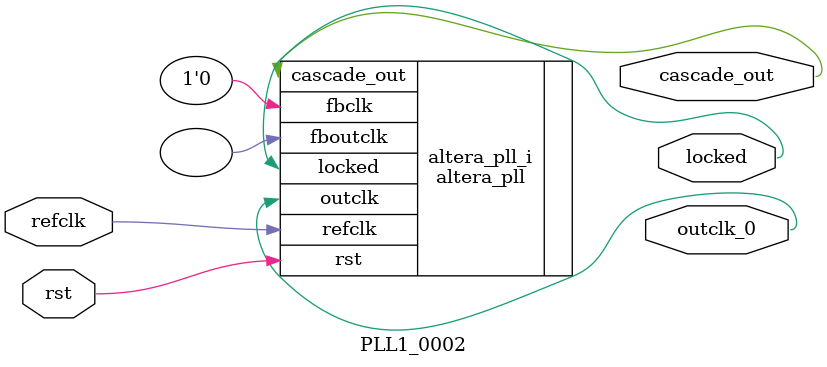
<source format=v>
`timescale 1ns/10ps
module  PLL1_0002(

	// interface 'refclk'
	input wire refclk,

	// interface 'reset'
	input wire rst,

	// interface 'outclk0'
	output wire outclk_0,

	// interface 'locked'
	output wire locked,

	// interface 'cascade_out'
	output wire cascade_out
);

	altera_pll #(
		.fractional_vco_multiplier("false"),
		.reference_clock_frequency("50.0 MHz"),
		.pll_fractional_cout(32),
		.pll_dsm_out_sel("1st_order"),
		.operation_mode("direct"),
		.number_of_clocks(1),
		.output_clock_frequency0("10.000000 MHz"),
		.phase_shift0("0 ps"),
		.duty_cycle0(50),
		.output_clock_frequency1("0 MHz"),
		.phase_shift1("0 ps"),
		.duty_cycle1(50),
		.output_clock_frequency2("0 MHz"),
		.phase_shift2("0 ps"),
		.duty_cycle2(50),
		.output_clock_frequency3("0 MHz"),
		.phase_shift3("0 ps"),
		.duty_cycle3(50),
		.output_clock_frequency4("0 MHz"),
		.phase_shift4("0 ps"),
		.duty_cycle4(50),
		.output_clock_frequency5("0 MHz"),
		.phase_shift5("0 ps"),
		.duty_cycle5(50),
		.output_clock_frequency6("0 MHz"),
		.phase_shift6("0 ps"),
		.duty_cycle6(50),
		.output_clock_frequency7("0 MHz"),
		.phase_shift7("0 ps"),
		.duty_cycle7(50),
		.output_clock_frequency8("0 MHz"),
		.phase_shift8("0 ps"),
		.duty_cycle8(50),
		.output_clock_frequency9("0 MHz"),
		.phase_shift9("0 ps"),
		.duty_cycle9(50),
		.output_clock_frequency10("0 MHz"),
		.phase_shift10("0 ps"),
		.duty_cycle10(50),
		.output_clock_frequency11("0 MHz"),
		.phase_shift11("0 ps"),
		.duty_cycle11(50),
		.output_clock_frequency12("0 MHz"),
		.phase_shift12("0 ps"),
		.duty_cycle12(50),
		.output_clock_frequency13("0 MHz"),
		.phase_shift13("0 ps"),
		.duty_cycle13(50),
		.output_clock_frequency14("0 MHz"),
		.phase_shift14("0 ps"),
		.duty_cycle14(50),
		.output_clock_frequency15("0 MHz"),
		.phase_shift15("0 ps"),
		.duty_cycle15(50),
		.output_clock_frequency16("0 MHz"),
		.phase_shift16("0 ps"),
		.duty_cycle16(50),
		.output_clock_frequency17("0 MHz"),
		.phase_shift17("0 ps"),
		.duty_cycle17(50),
		.pll_type("Cyclone V"),
		.pll_subtype("General"),
		.m_cnt_hi_div(3),
		.m_cnt_lo_div(3),
		.n_cnt_hi_div(256),
		.n_cnt_lo_div(256),
		.m_cnt_bypass_en("false"),
		.n_cnt_bypass_en("true"),
		.m_cnt_odd_div_duty_en("false"),
		.n_cnt_odd_div_duty_en("false"),
		.c_cnt_hi_div0(15),
		.c_cnt_lo_div0(15),
		.c_cnt_prst0(1),
		.c_cnt_ph_mux_prst0(0),
		.c_cnt_in_src0("ph_mux_clk"),
		.c_cnt_bypass_en0("false"),
		.c_cnt_odd_div_duty_en0("false"),
		.c_cnt_hi_div1(1),
		.c_cnt_lo_div1(1),
		.c_cnt_prst1(1),
		.c_cnt_ph_mux_prst1(0),
		.c_cnt_in_src1("ph_mux_clk"),
		.c_cnt_bypass_en1("true"),
		.c_cnt_odd_div_duty_en1("false"),
		.c_cnt_hi_div2(1),
		.c_cnt_lo_div2(1),
		.c_cnt_prst2(1),
		.c_cnt_ph_mux_prst2(0),
		.c_cnt_in_src2("ph_mux_clk"),
		.c_cnt_bypass_en2("true"),
		.c_cnt_odd_div_duty_en2("false"),
		.c_cnt_hi_div3(1),
		.c_cnt_lo_div3(1),
		.c_cnt_prst3(1),
		.c_cnt_ph_mux_prst3(0),
		.c_cnt_in_src3("ph_mux_clk"),
		.c_cnt_bypass_en3("true"),
		.c_cnt_odd_div_duty_en3("false"),
		.c_cnt_hi_div4(1),
		.c_cnt_lo_div4(1),
		.c_cnt_prst4(1),
		.c_cnt_ph_mux_prst4(0),
		.c_cnt_in_src4("ph_mux_clk"),
		.c_cnt_bypass_en4("true"),
		.c_cnt_odd_div_duty_en4("false"),
		.c_cnt_hi_div5(1),
		.c_cnt_lo_div5(1),
		.c_cnt_prst5(1),
		.c_cnt_ph_mux_prst5(0),
		.c_cnt_in_src5("ph_mux_clk"),
		.c_cnt_bypass_en5("true"),
		.c_cnt_odd_div_duty_en5("false"),
		.c_cnt_hi_div6(1),
		.c_cnt_lo_div6(1),
		.c_cnt_prst6(1),
		.c_cnt_ph_mux_prst6(0),
		.c_cnt_in_src6("ph_mux_clk"),
		.c_cnt_bypass_en6("true"),
		.c_cnt_odd_div_duty_en6("false"),
		.c_cnt_hi_div7(1),
		.c_cnt_lo_div7(1),
		.c_cnt_prst7(1),
		.c_cnt_ph_mux_prst7(0),
		.c_cnt_in_src7("ph_mux_clk"),
		.c_cnt_bypass_en7("true"),
		.c_cnt_odd_div_duty_en7("false"),
		.c_cnt_hi_div8(1),
		.c_cnt_lo_div8(1),
		.c_cnt_prst8(1),
		.c_cnt_ph_mux_prst8(0),
		.c_cnt_in_src8("ph_mux_clk"),
		.c_cnt_bypass_en8("true"),
		.c_cnt_odd_div_duty_en8("false"),
		.c_cnt_hi_div9(1),
		.c_cnt_lo_div9(1),
		.c_cnt_prst9(1),
		.c_cnt_ph_mux_prst9(0),
		.c_cnt_in_src9("ph_mux_clk"),
		.c_cnt_bypass_en9("true"),
		.c_cnt_odd_div_duty_en9("false"),
		.c_cnt_hi_div10(1),
		.c_cnt_lo_div10(1),
		.c_cnt_prst10(1),
		.c_cnt_ph_mux_prst10(0),
		.c_cnt_in_src10("ph_mux_clk"),
		.c_cnt_bypass_en10("true"),
		.c_cnt_odd_div_duty_en10("false"),
		.c_cnt_hi_div11(1),
		.c_cnt_lo_div11(1),
		.c_cnt_prst11(1),
		.c_cnt_ph_mux_prst11(0),
		.c_cnt_in_src11("ph_mux_clk"),
		.c_cnt_bypass_en11("true"),
		.c_cnt_odd_div_duty_en11("false"),
		.c_cnt_hi_div12(1),
		.c_cnt_lo_div12(1),
		.c_cnt_prst12(1),
		.c_cnt_ph_mux_prst12(0),
		.c_cnt_in_src12("ph_mux_clk"),
		.c_cnt_bypass_en12("true"),
		.c_cnt_odd_div_duty_en12("false"),
		.c_cnt_hi_div13(1),
		.c_cnt_lo_div13(1),
		.c_cnt_prst13(1),
		.c_cnt_ph_mux_prst13(0),
		.c_cnt_in_src13("ph_mux_clk"),
		.c_cnt_bypass_en13("true"),
		.c_cnt_odd_div_duty_en13("false"),
		.c_cnt_hi_div14(1),
		.c_cnt_lo_div14(1),
		.c_cnt_prst14(1),
		.c_cnt_ph_mux_prst14(0),
		.c_cnt_in_src14("ph_mux_clk"),
		.c_cnt_bypass_en14("true"),
		.c_cnt_odd_div_duty_en14("false"),
		.c_cnt_hi_div15(1),
		.c_cnt_lo_div15(1),
		.c_cnt_prst15(1),
		.c_cnt_ph_mux_prst15(0),
		.c_cnt_in_src15("ph_mux_clk"),
		.c_cnt_bypass_en15("true"),
		.c_cnt_odd_div_duty_en15("false"),
		.c_cnt_hi_div16(1),
		.c_cnt_lo_div16(1),
		.c_cnt_prst16(1),
		.c_cnt_ph_mux_prst16(0),
		.c_cnt_in_src16("ph_mux_clk"),
		.c_cnt_bypass_en16("true"),
		.c_cnt_odd_div_duty_en16("false"),
		.c_cnt_hi_div17(1),
		.c_cnt_lo_div17(1),
		.c_cnt_prst17(1),
		.c_cnt_ph_mux_prst17(0),
		.c_cnt_in_src17("ph_mux_clk"),
		.c_cnt_bypass_en17("true"),
		.c_cnt_odd_div_duty_en17("false"),
		.pll_vco_div(2),
		.pll_cp_current(30),
		.pll_bwctrl(2000),
		.pll_output_clk_frequency("300.0 MHz"),
		.pll_fractional_division("1"),
		.mimic_fbclk_type("none"),
		.pll_fbclk_mux_1("glb"),
		.pll_fbclk_mux_2("m_cnt"),
		.pll_m_cnt_in_src("ph_mux_clk"),
		.pll_slf_rst("false")
	) altera_pll_i (
		.rst	(rst),
		.outclk	({outclk_0}),
		.locked	(locked),
		.fboutclk	( ),
		.fbclk	(1'b0),
		.refclk	(refclk),
		.cascade_out	(cascade_out)
	);
endmodule


</source>
